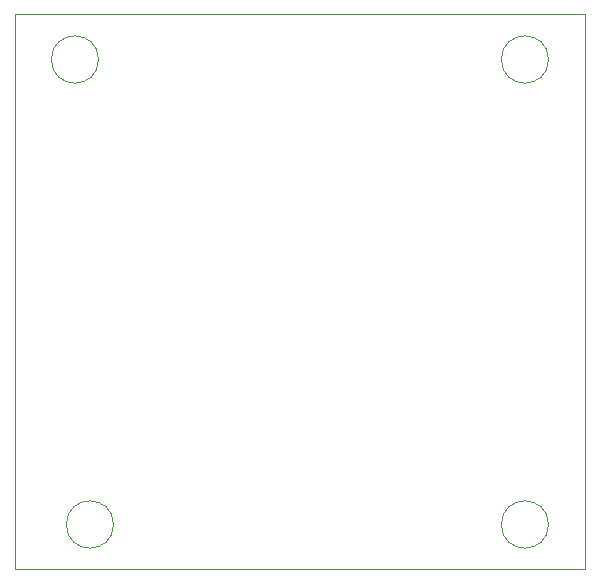
<source format=gbr>
%TF.GenerationSoftware,KiCad,Pcbnew,(6.0.7)*%
%TF.CreationDate,2022-09-29T22:29:57-04:00*%
%TF.ProjectId,fuzz_v1,66757a7a-5f76-4312-9e6b-696361645f70,rev?*%
%TF.SameCoordinates,Original*%
%TF.FileFunction,Profile,NP*%
%FSLAX46Y46*%
G04 Gerber Fmt 4.6, Leading zero omitted, Abs format (unit mm)*
G04 Created by KiCad (PCBNEW (6.0.7)) date 2022-09-29 22:29:57*
%MOMM*%
%LPD*%
G01*
G04 APERTURE LIST*
%TA.AperFunction,Profile*%
%ADD10C,0.100000*%
%TD*%
G04 APERTURE END LIST*
D10*
X154400000Y-73660000D02*
G75*
G03*
X154400000Y-73660000I-2000000J0D01*
G01*
X109220000Y-30480000D02*
X157480000Y-30480000D01*
X157480000Y-30480000D02*
X157480000Y-77470000D01*
X157480000Y-77470000D02*
X109220000Y-77470000D01*
X109220000Y-77470000D02*
X109220000Y-30480000D01*
X116300000Y-34290000D02*
G75*
G03*
X116300000Y-34290000I-2000000J0D01*
G01*
X117570000Y-73660000D02*
G75*
G03*
X117570000Y-73660000I-2000000J0D01*
G01*
X154400000Y-34290000D02*
G75*
G03*
X154400000Y-34290000I-2000000J0D01*
G01*
M02*

</source>
